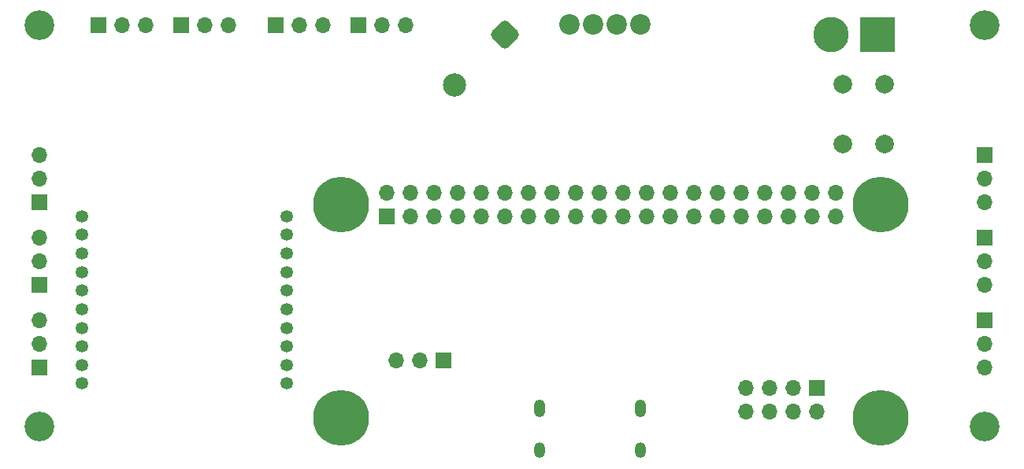
<source format=gbr>
%TF.GenerationSoftware,KiCad,Pcbnew,6.0.9*%
%TF.CreationDate,2023-01-21T02:33:53-05:00*%
%TF.ProjectId,motherboard_2022_2023,6d6f7468-6572-4626-9f61-72645f323032,1.1*%
%TF.SameCoordinates,Original*%
%TF.FileFunction,Soldermask,Bot*%
%TF.FilePolarity,Negative*%
%FSLAX46Y46*%
G04 Gerber Fmt 4.6, Leading zero omitted, Abs format (unit mm)*
G04 Created by KiCad (PCBNEW 6.0.9) date 2023-01-21 02:33:53*
%MOMM*%
%LPD*%
G01*
G04 APERTURE LIST*
G04 Aperture macros list*
%AMRoundRect*
0 Rectangle with rounded corners*
0 $1 Rounding radius*
0 $2 $3 $4 $5 $6 $7 $8 $9 X,Y pos of 4 corners*
0 Add a 4 corners polygon primitive as box body*
4,1,4,$2,$3,$4,$5,$6,$7,$8,$9,$2,$3,0*
0 Add four circle primitives for the rounded corners*
1,1,$1+$1,$2,$3*
1,1,$1+$1,$4,$5*
1,1,$1+$1,$6,$7*
1,1,$1+$1,$8,$9*
0 Add four rect primitives between the rounded corners*
20,1,$1+$1,$2,$3,$4,$5,0*
20,1,$1+$1,$4,$5,$6,$7,0*
20,1,$1+$1,$6,$7,$8,$9,0*
20,1,$1+$1,$8,$9,$2,$3,0*%
G04 Aperture macros list end*
%ADD10C,2.000000*%
%ADD11O,1.700000X1.700000*%
%ADD12R,1.700000X1.700000*%
%ADD13C,3.200000*%
%ADD14C,2.200000*%
%ADD15C,6.000000*%
%ADD16C,2.500000*%
%ADD17RoundRect,0.625000X0.000000X0.883883X-0.883883X0.000000X0.000000X-0.883883X0.883883X0.000000X0*%
%ADD18O,1.200000X1.900000*%
%ADD19O,1.200000X1.700000*%
%ADD20C,1.350000*%
%ADD21R,3.800000X3.800000*%
%ADD22C,3.800000*%
G04 APERTURE END LIST*
D10*
%TO.C,SW1*%
X193735600Y-92416700D03*
X193735600Y-85916700D03*
X198235600Y-85916700D03*
X198235600Y-92416700D03*
%TD*%
D11*
%TO.C,S2*%
X208939638Y-98691700D03*
X208939638Y-96151700D03*
D12*
X208939638Y-93611700D03*
%TD*%
D11*
%TO.C,S5*%
X127659600Y-79641700D03*
X125119600Y-79641700D03*
D12*
X122579600Y-79641700D03*
%TD*%
%TO.C,S6*%
X113689600Y-79641700D03*
D11*
X116229600Y-79641700D03*
X118769600Y-79641700D03*
%TD*%
D12*
%TO.C,S7*%
X107339600Y-98691700D03*
D11*
X107339600Y-96151700D03*
X107339600Y-93611700D03*
%TD*%
D12*
%TO.C,S8*%
X107339600Y-107581700D03*
D11*
X107339600Y-105041700D03*
X107339600Y-102501700D03*
%TD*%
D12*
%TO.C,S9*%
X107339600Y-116471700D03*
D11*
X107339600Y-113931700D03*
X107339600Y-111391700D03*
%TD*%
D12*
%TO.C,S4*%
X132739600Y-79641700D03*
D11*
X135279600Y-79641700D03*
X137819600Y-79641700D03*
%TD*%
%TO.C,S3*%
X146709600Y-79641700D03*
X144169600Y-79641700D03*
D12*
X141629600Y-79641700D03*
%TD*%
D13*
%TO.C,H1*%
X107339600Y-79641700D03*
%TD*%
D12*
%TO.C,J3*%
X190905562Y-118630695D03*
D11*
X190905562Y-121170695D03*
X188365562Y-118630695D03*
X188365562Y-121170695D03*
X185825562Y-118630695D03*
X185825562Y-121170695D03*
X183285562Y-118630695D03*
X183285562Y-121170695D03*
%TD*%
D13*
%TO.C,H4*%
X208939600Y-122821695D03*
%TD*%
%TO.C,H2*%
X208939638Y-79641700D03*
%TD*%
D11*
%TO.C,S0*%
X208939638Y-116471700D03*
X208939638Y-113931700D03*
D12*
X208939638Y-111391700D03*
%TD*%
D14*
%TO.C,J5*%
X171958000Y-79500000D03*
X169418000Y-79500000D03*
X166878000Y-79500000D03*
X164338000Y-79500000D03*
%TD*%
D11*
%TO.C,J2*%
X192937562Y-97605695D03*
X192937562Y-100145695D03*
X190397562Y-97605695D03*
X190397562Y-100145695D03*
X187857562Y-97605695D03*
X187857562Y-100145695D03*
X185317562Y-97605695D03*
X185317562Y-100145695D03*
X182777562Y-97605695D03*
X182777562Y-100145695D03*
X180237562Y-97605695D03*
X180237562Y-100145695D03*
X177697562Y-97605695D03*
X177697562Y-100145695D03*
X175157562Y-97605695D03*
X175157562Y-100145695D03*
X172617562Y-97605695D03*
X172617562Y-100145695D03*
X170077562Y-97605695D03*
X170077562Y-100145695D03*
X167537562Y-97605695D03*
X167537562Y-100145695D03*
X164997562Y-97605695D03*
X164997562Y-100145695D03*
X162457562Y-97605695D03*
X162457562Y-100145695D03*
X159917562Y-97605695D03*
X159917562Y-100145695D03*
X157377562Y-97605695D03*
X157377562Y-100145695D03*
X154837562Y-97605695D03*
X154837562Y-100145695D03*
X152297562Y-97605695D03*
X152297562Y-100145695D03*
X149757562Y-97605695D03*
X149757562Y-100145695D03*
X147217562Y-97605695D03*
X147217562Y-100145695D03*
X144677562Y-97605695D03*
D12*
X144677562Y-100145695D03*
D15*
X197807562Y-121875695D03*
X139807562Y-121875695D03*
X139807562Y-98875695D03*
X197807562Y-98875695D03*
%TD*%
D16*
%TO.C,BZ1*%
X151991923Y-86006077D03*
D17*
X157380077Y-80617923D03*
%TD*%
D12*
%TO.C,J6*%
X150749000Y-115697000D03*
D11*
X148209000Y-115697000D03*
X145669000Y-115697000D03*
%TD*%
D18*
%TO.C,J14*%
X171938188Y-120801726D03*
X161088188Y-120801726D03*
D19*
X171938188Y-125301726D03*
X161088188Y-125301726D03*
%TD*%
D11*
%TO.C,S1*%
X208939638Y-107581700D03*
X208939638Y-105041700D03*
D12*
X208939638Y-102501700D03*
%TD*%
D20*
%TO.C,U1*%
X133960562Y-118159695D03*
X133960562Y-116159695D03*
X133960562Y-114159695D03*
X133960562Y-112159695D03*
X133960562Y-110159695D03*
X133960562Y-108159695D03*
X133960562Y-106159695D03*
X133960562Y-104159695D03*
X133960562Y-102159695D03*
X133960562Y-100159695D03*
X111960562Y-100159695D03*
X111960562Y-102159695D03*
X111960562Y-104159695D03*
X111960562Y-106159695D03*
X111960562Y-108159695D03*
X111960562Y-110159695D03*
X111960562Y-112159695D03*
X111960562Y-114159695D03*
X111960562Y-116159695D03*
X111960562Y-118159695D03*
%TD*%
D13*
%TO.C,H3*%
X107339600Y-122821695D03*
%TD*%
D21*
%TO.C,J1*%
X197400000Y-80600000D03*
D22*
X192400000Y-80600000D03*
%TD*%
M02*

</source>
